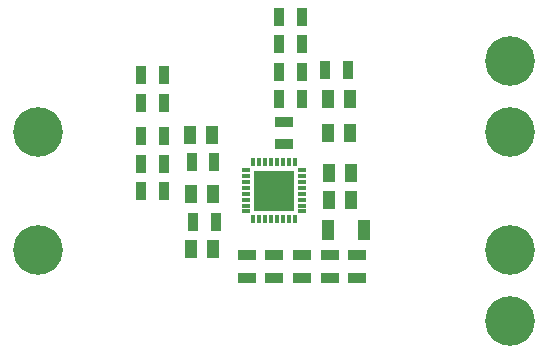
<source format=gbs>
G04*
G04 #@! TF.GenerationSoftware,Altium Limited,Altium Designer,21.1.1 (26)*
G04*
G04 Layer_Color=16711935*
%FSLAX44Y44*%
%MOMM*%
G71*
G04*
G04 #@! TF.SameCoordinates,2B608519-D33F-45DA-9D82-168DE6A03E0F*
G04*
G04*
G04 #@! TF.FilePolarity,Negative*
G04*
G01*
G75*
%ADD21C,4.2032*%
%ADD42R,1.5032X0.9032*%
%ADD43R,1.1032X1.8032*%
%ADD44R,1.1032X1.5032*%
%ADD45R,0.9032X1.5032*%
%ADD46R,3.4016X3.4016*%
%ADD47R,0.7016X0.3316*%
%ADD48R,0.3316X0.7016*%
D21*
X450000Y200000D02*
D03*
Y140000D02*
D03*
Y360000D02*
D03*
Y300000D02*
D03*
X50000D02*
D03*
Y200000D02*
D03*
D42*
X227000Y195500D02*
D03*
Y176500D02*
D03*
X250000Y176500D02*
D03*
Y195500D02*
D03*
X274000Y195500D02*
D03*
Y176500D02*
D03*
X297000Y176500D02*
D03*
Y195500D02*
D03*
X320000Y195500D02*
D03*
Y176500D02*
D03*
X258000Y289500D02*
D03*
Y308500D02*
D03*
D43*
X295500Y217000D02*
D03*
X326500D02*
D03*
D44*
X315500Y242000D02*
D03*
X296500D02*
D03*
X179500Y247000D02*
D03*
X198500D02*
D03*
X314500Y299000D02*
D03*
X295500D02*
D03*
X198500Y201000D02*
D03*
X179500D02*
D03*
X178500Y297000D02*
D03*
X197500D02*
D03*
X296500Y265000D02*
D03*
X315500D02*
D03*
X295500Y328000D02*
D03*
X314500D02*
D03*
D45*
X156500Y250000D02*
D03*
X137500D02*
D03*
X137500Y273000D02*
D03*
X156500D02*
D03*
X156500Y296000D02*
D03*
X137500D02*
D03*
X181500Y224000D02*
D03*
X200500D02*
D03*
X199500Y274000D02*
D03*
X180500D02*
D03*
X312500Y352000D02*
D03*
X293500D02*
D03*
X156500Y348000D02*
D03*
X137500D02*
D03*
X156500Y324000D02*
D03*
X137500D02*
D03*
X254500Y328000D02*
D03*
X273500D02*
D03*
X254500Y374000D02*
D03*
X273500D02*
D03*
X254500Y351000D02*
D03*
X273500D02*
D03*
X273500Y397000D02*
D03*
X254500D02*
D03*
D46*
X250000Y250000D02*
D03*
D47*
X274000Y267500D02*
D03*
Y262500D02*
D03*
Y257500D02*
D03*
Y252500D02*
D03*
Y247500D02*
D03*
Y242500D02*
D03*
Y237500D02*
D03*
Y232500D02*
D03*
X226000D02*
D03*
Y237500D02*
D03*
Y242500D02*
D03*
Y247500D02*
D03*
Y252500D02*
D03*
Y257500D02*
D03*
Y262500D02*
D03*
Y267500D02*
D03*
D48*
X267500Y226000D02*
D03*
X262500D02*
D03*
X257500D02*
D03*
X252500D02*
D03*
X247500D02*
D03*
X242500D02*
D03*
X237500D02*
D03*
X232500D02*
D03*
Y274000D02*
D03*
X237500D02*
D03*
X242500D02*
D03*
X247500D02*
D03*
X252500D02*
D03*
X257500D02*
D03*
X262500D02*
D03*
X267500D02*
D03*
M02*

</source>
